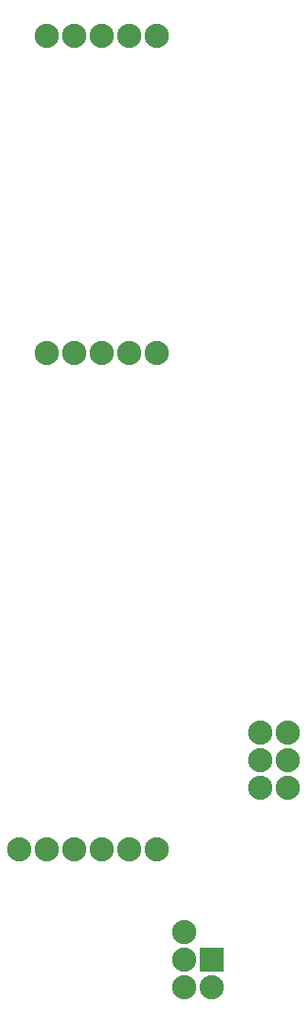
<source format=gbs>
G04 MADE WITH FRITZING*
G04 WWW.FRITZING.ORG*
G04 DOUBLE SIDED*
G04 HOLES PLATED*
G04 CONTOUR ON CENTER OF CONTOUR VECTOR*
%ASAXBY*%
%FSLAX23Y23*%
%MOIN*%
%OFA0B0*%
%SFA1.0B1.0*%
%ADD10C,0.088000*%
%ADD11R,0.088000X0.088000*%
%LNMASK0*%
G90*
G70*
G54D10*
X1909Y2646D03*
X1809Y2646D03*
X1709Y2646D03*
X1609Y2646D03*
X1509Y2646D03*
X1909Y3796D03*
X1809Y3796D03*
X1709Y3796D03*
X1609Y3796D03*
X1509Y3796D03*
X2009Y346D03*
X2009Y446D03*
X2009Y546D03*
X1909Y846D03*
X1809Y846D03*
X1709Y846D03*
X1609Y846D03*
X1509Y846D03*
X1409Y846D03*
X2109Y446D03*
X2109Y346D03*
X2284Y1271D03*
X2284Y1171D03*
X2284Y1071D03*
X2284Y1271D03*
X2284Y1171D03*
X2284Y1071D03*
X2384Y1071D03*
X2384Y1171D03*
X2384Y1271D03*
G54D11*
X2109Y446D03*
G04 End of Mask0*
M02*
</source>
